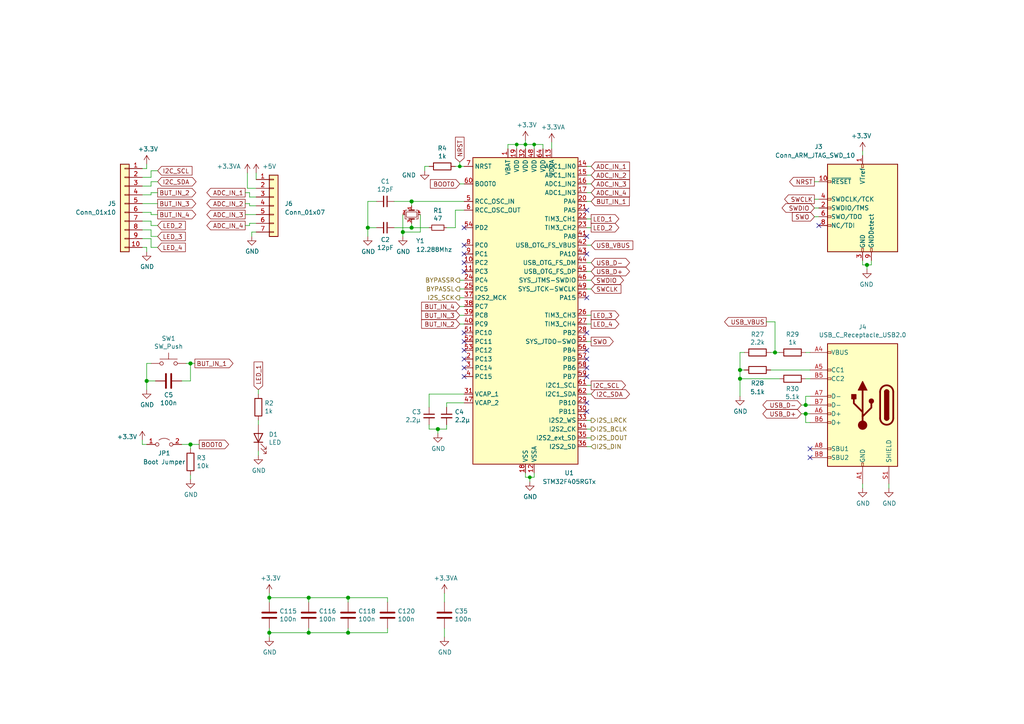
<source format=kicad_sch>
(kicad_sch (version 20230121) (generator eeschema)
  (paper "A4")
  (lib_symbols
    (symbol "Connector:Conn_ARM_JTAG_SWD_10" (pin_names (offset 1.016))
      (property "Reference" "J" (at -2.54 16.51 0))
      (property "Value" "Conn_ARM_JTAG_SWD_10" (at -2.54 13.97 0))
      (symbol "Conn_ARM_JTAG_SWD_10_1_1"
        (pin power_in line (at 0 15.24 270) (length 2.54) (name "VTref") (number "1"))
        (pin open_collector line (at 12.7 7.62 180) (length 2.54) (name "~{RESET}") (number "10"))
        (pin bidirectional line (at 12.7 0 180) (length 2.54) (name "SWDIO/TMS") (number "2"))
        (pin power_in line (at 0 -15.24 90) (length 2.54) (name "GND") (number "3"))
        (pin output line (at 12.7 2.54 180) (length 2.54) (name "SWDCLK/TCK") (number "4"))
        (pin passive line (at 0 -15.24 90) (length 2.54) hide (name "GND") (number "5"))
        (pin input line (at 12.7 -2.54 180) (length 2.54) (name "SWO/TDO") (number "6"))
        (pin no_connect line (at -10.16 0 0) (length 2.54) hide (name "KEY") (number "7"))
        (pin output line (at 12.7 -5.08 180) (length 2.54) (name "NC/TDI") (number "8"))
        (pin passive line (at -2.54 -15.24 90) (length 2.54) (name "GNDDetect") (number "9"))
      )
    )
    (symbol "Connector:USB_C_Receptacle_USB2.0" (pin_names (offset 1.016))
      (property "Reference" "J" (at -10.16 19.05 0))
      (property "Value" "USB_C_Receptacle_USB2.0" (at 19.05 19.05 0))
      (symbol "USB_C_Receptacle_USB2.0_1_1"
        (pin passive line (at 0 -22.86 90) (length 5.08) (name "GND") (number "A1"))
        (pin passive line (at 0 -22.86 90) (length 5.08) hide (name "GND") (number "A12"))
        (pin passive line (at 15.24 15.24 180) (length 5.08) (name "VBUS") (number "A4"))
        (pin bidirectional line (at 15.24 10.16 180) (length 5.08) (name "CC1") (number "A5"))
        (pin bidirectional line (at 15.24 -2.54 180) (length 5.08) (name "D+") (number "A6"))
        (pin bidirectional line (at 15.24 2.54 180) (length 5.08) (name "D-") (number "A7"))
        (pin bidirectional line (at 15.24 -12.7 180) (length 5.08) (name "SBU1") (number "A8"))
        (pin passive line (at 15.24 15.24 180) (length 5.08) hide (name "VBUS") (number "A9"))
        (pin passive line (at 0 -22.86 90) (length 5.08) hide (name "GND") (number "B1"))
        (pin passive line (at 0 -22.86 90) (length 5.08) hide (name "GND") (number "B12"))
        (pin passive line (at 15.24 15.24 180) (length 5.08) hide (name "VBUS") (number "B4"))
        (pin bidirectional line (at 15.24 7.62 180) (length 5.08) (name "CC2") (number "B5"))
        (pin bidirectional line (at 15.24 -5.08 180) (length 5.08) (name "D+") (number "B6"))
        (pin bidirectional line (at 15.24 0 180) (length 5.08) (name "D-") (number "B7"))
        (pin bidirectional line (at 15.24 -15.24 180) (length 5.08) (name "SBU2") (number "B8"))
        (pin passive line (at 15.24 15.24 180) (length 5.08) hide (name "VBUS") (number "B9"))
        (pin passive line (at -7.62 -22.86 90) (length 5.08) (name "SHIELD") (number "S1"))
      )
    )
    (symbol "Connector_Generic:Conn_01x07" (pin_names (offset 1.016) hide)
      (property "Reference" "J" (at 0 10.16 0))
      (property "Value" "Conn_01x07" (at 0 -10.16 0))
      (symbol "Conn_01x07_1_1"
        (pin passive line (at -5.08 7.62 0) (length 3.81) (name "Pin_1") (number "1"))
        (pin passive line (at -5.08 5.08 0) (length 3.81) (name "Pin_2") (number "2"))
        (pin passive line (at -5.08 2.54 0) (length 3.81) (name "Pin_3") (number "3"))
        (pin passive line (at -5.08 0 0) (length 3.81) (name "Pin_4") (number "4"))
        (pin passive line (at -5.08 -2.54 0) (length 3.81) (name "Pin_5") (number "5"))
        (pin passive line (at -5.08 -5.08 0) (length 3.81) (name "Pin_6") (number "6"))
        (pin passive line (at -5.08 -7.62 0) (length 3.81) (name "Pin_7") (number "7"))
      )
    )
    (symbol "Connector_Generic:Conn_01x10" (pin_names (offset 1.016) hide)
      (property "Reference" "J" (at 0 12.7 0))
      (property "Value" "Conn_01x10" (at 0 -15.24 0))
      (symbol "Conn_01x10_1_1"
        (pin passive line (at -5.08 10.16 0) (length 3.81) (name "Pin_1") (number "1"))
        (pin passive line (at -5.08 -12.7 0) (length 3.81) (name "Pin_10") (number "10"))
        (pin passive line (at -5.08 7.62 0) (length 3.81) (name "Pin_2") (number "2"))
        (pin passive line (at -5.08 5.08 0) (length 3.81) (name "Pin_3") (number "3"))
        (pin passive line (at -5.08 2.54 0) (length 3.81) (name "Pin_4") (number "4"))
        (pin passive line (at -5.08 0 0) (length 3.81) (name "Pin_5") (number "5"))
        (pin passive line (at -5.08 -2.54 0) (length 3.81) (name "Pin_6") (number "6"))
        (pin passive line (at -5.08 -5.08 0) (length 3.81) (name "Pin_7") (number "7"))
        (pin passive line (at -5.08 -7.62 0) (length 3.81) (name "Pin_8") (number "8"))
        (pin passive line (at -5.08 -10.16 0) (length 3.81) (name "Pin_9") (number "9"))
      )
    )
    (symbol "Device:C" (pin_numbers hide) (pin_names (offset 0.254))
      (property "Reference" "C" (at 0.635 2.54 0))
      (property "Value" "C" (at 0.635 -2.54 0))
      (symbol "C_1_1"
        (pin passive line (at 0 3.81 270) (length 2.794) (name "~") (number "1"))
        (pin passive line (at 0 -3.81 90) (length 2.794) (name "~") (number "2"))
      )
    )
    (symbol "Device:C_Small" (pin_numbers hide) (pin_names (offset 0.254) hide)
      (property "Reference" "C" (at 0.254 1.778 0))
      (property "Value" "C_Small" (at 0.254 -2.032 0))
      (symbol "C_Small_1_1"
        (pin passive line (at 0 2.54 270) (length 2.032) (name "~") (number "1"))
        (pin passive line (at 0 -2.54 90) (length 2.032) (name "~") (number "2"))
      )
    )
    (symbol "Device:Crystal_GND24_Small" (pin_names (offset 1.016) hide)
      (property "Reference" "Y" (at 1.27 4.445 0))
      (property "Value" "Crystal_GND24_Small" (at 1.27 2.54 0))
      (symbol "Crystal_GND24_Small_1_1"
        (pin passive line (at -2.54 0 0) (length 1.27) (name "1") (number "1"))
        (pin passive line (at 0 -2.54 90) (length 0.635) (name "2") (number "2"))
        (pin passive line (at 2.54 0 180) (length 1.27) (name "3") (number "3"))
        (pin passive line (at 0 2.54 270) (length 0.635) (name "4") (number "4"))
      )
    )
    (symbol "Device:LED" (pin_numbers hide) (pin_names (offset 1.016) hide)
      (property "Reference" "D" (at 0 2.54 0))
      (property "Value" "LED" (at 0 -2.54 0))
      (symbol "LED_1_1"
        (pin passive line (at -3.81 0 0) (length 2.54) (name "K") (number "1"))
        (pin passive line (at 3.81 0 180) (length 2.54) (name "A") (number "2"))
      )
    )
    (symbol "Device:R" (pin_numbers hide) (pin_names (offset 0))
      (property "Reference" "R" (at 2.032 0 90))
      (property "Value" "R" (at 0 0 90))
      (symbol "R_1_1"
        (pin passive line (at 0 3.81 270) (length 1.27) (name "~") (number "1"))
        (pin passive line (at 0 -3.81 90) (length 1.27) (name "~") (number "2"))
      )
    )
    (symbol "Device:R_Small" (pin_numbers hide) (pin_names (offset 0.254) hide)
      (property "Reference" "R" (at 0.762 0.508 0))
      (property "Value" "R_Small" (at 0.762 -1.016 0))
      (symbol "R_Small_1_1"
        (pin passive line (at 0 2.54 270) (length 0.762) (name "~") (number "1"))
        (pin passive line (at 0 -2.54 90) (length 0.762) (name "~") (number "2"))
      )
    )
    (symbol "Jumper:Jumper_2_Open" (pin_names (offset 0) hide)
      (property "Reference" "JP" (at 0 2.794 0))
      (property "Value" "Jumper_2_Open" (at 0 -2.286 0))
      (symbol "Jumper_2_Open_1_1"
        (pin passive line (at -5.08 0 0) (length 2.54) (name "A") (number "1"))
        (pin passive line (at 5.08 0 180) (length 2.54) (name "B") (number "2"))
      )
    )
    (symbol "MCU_ST_STM32F4:STM32F405RGTx"
      (property "Reference" "U" (at -15.24 46.99 0))
      (property "Value" "STM32F405RGTx" (at 10.16 46.99 0))
      (symbol "STM32F405RGTx_1_1"
        (pin power_in line (at -5.08 48.26 270) (length 2.54) (name "VBAT") (number "1"))
        (pin bidirectional line (at -17.78 15.24 0) (length 2.54) (name "PC2") (number "10") (alternate "I2S2_ext_SD" bidirectional line))
        (pin bidirectional line (at -17.78 12.7 0) (length 2.54) (name "PC3") (number "11") (alternate "I2S2_SD" bidirectional line))
        (pin power_in line (at 2.54 -45.72 90) (length 2.54) (name "VSSA") (number "12"))
        (pin power_in line (at 7.62 48.26 270) (length 2.54) (name "VDDA") (number "13"))
        (pin bidirectional line (at 17.78 43.18 180) (length 2.54) (name "PA0") (number "14") (alternate "ADC1_IN0" bidirectional line))
        (pin bidirectional line (at 17.78 40.64 180) (length 2.54) (name "PA1") (number "15") (alternate "ADC1_IN1" bidirectional line))
        (pin bidirectional line (at 17.78 38.1 180) (length 2.54) (name "PA2") (number "16") (alternate "ADC1_IN2" bidirectional line))
        (pin bidirectional line (at 17.78 35.56 180) (length 2.54) (name "PA3") (number "17") (alternate "ADC1_IN3" bidirectional line))
        (pin power_in line (at 0 -45.72 90) (length 2.54) (name "VSS") (number "18"))
        (pin power_in line (at -2.54 48.26 270) (length 2.54) (name "VDD") (number "19"))
        (pin bidirectional line (at -17.78 -12.7 0) (length 2.54) (name "PC13") (number "2"))
        (pin bidirectional line (at 17.78 33.02 180) (length 2.54) (name "PA4") (number "20"))
        (pin bidirectional line (at 17.78 30.48 180) (length 2.54) (name "PA5") (number "21"))
        (pin bidirectional line (at 17.78 27.94 180) (length 2.54) (name "PA6") (number "22") (alternate "TIM3_CH1" bidirectional line))
        (pin bidirectional line (at 17.78 25.4 180) (length 2.54) (name "PA7") (number "23") (alternate "TIM3_CH2" bidirectional line))
        (pin bidirectional line (at -17.78 10.16 0) (length 2.54) (name "PC4") (number "24"))
        (pin bidirectional line (at -17.78 7.62 0) (length 2.54) (name "PC5") (number "25"))
        (pin bidirectional line (at 17.78 0 180) (length 2.54) (name "PB0") (number "26") (alternate "TIM3_CH3" bidirectional line))
        (pin bidirectional line (at 17.78 -2.54 180) (length 2.54) (name "PB1") (number "27") (alternate "TIM3_CH4" bidirectional line))
        (pin bidirectional line (at 17.78 -5.08 180) (length 2.54) (name "PB2") (number "28"))
        (pin bidirectional line (at 17.78 -25.4 180) (length 2.54) (name "PB10") (number "29") (alternate "I2S2_CK" bidirectional line))
        (pin bidirectional line (at -17.78 -15.24 0) (length 2.54) (name "PC14") (number "3"))
        (pin bidirectional line (at 17.78 -27.94 180) (length 2.54) (name "PB11") (number "30"))
        (pin power_out line (at -17.78 -22.86 0) (length 2.54) (name "VCAP_1") (number "31"))
        (pin power_in line (at 0 48.26 270) (length 2.54) (name "VDD") (number "32"))
        (pin bidirectional line (at 17.78 -30.48 180) (length 2.54) (name "PB12") (number "33") (alternate "I2S2_WS" bidirectional line))
        (pin bidirectional line (at 17.78 -33.02 180) (length 2.54) (name "PB13") (number "34") (alternate "I2S2_CK" bidirectional line))
        (pin bidirectional line (at 17.78 -35.56 180) (length 2.54) (name "PB14") (number "35") (alternate "I2S2_ext_SD" bidirectional line))
        (pin bidirectional line (at 17.78 -38.1 180) (length 2.54) (name "PB15") (number "36") (alternate "I2S2_SD" bidirectional line))
        (pin bidirectional line (at -17.78 5.08 0) (length 2.54) (name "PC6") (number "37") (alternate "I2S2_MCK" bidirectional line) (alternate "TIM3_CH1" bidirectional line))
        (pin bidirectional line (at -17.78 2.54 0) (length 2.54) (name "PC7") (number "38") (alternate "TIM3_CH2" bidirectional line))
        (pin bidirectional line (at -17.78 0 0) (length 2.54) (name "PC8") (number "39") (alternate "TIM3_CH3" bidirectional line))
        (pin bidirectional line (at -17.78 -17.78 0) (length 2.54) (name "PC15") (number "4"))
        (pin bidirectional line (at -17.78 -2.54 0) (length 2.54) (name "PC9") (number "40") (alternate "TIM3_CH4" bidirectional line))
        (pin bidirectional line (at 17.78 22.86 180) (length 2.54) (name "PA8") (number "41"))
        (pin bidirectional line (at 17.78 20.32 180) (length 2.54) (name "PA9") (number "42") (alternate "USB_OTG_FS_VBUS" bidirectional line))
        (pin bidirectional line (at 17.78 17.78 180) (length 2.54) (name "PA10") (number "43"))
        (pin bidirectional line (at 17.78 15.24 180) (length 2.54) (name "PA11") (number "44") (alternate "USB_OTG_FS_DM" bidirectional line))
        (pin bidirectional line (at 17.78 12.7 180) (length 2.54) (name "PA12") (number "45") (alternate "USB_OTG_FS_DP" bidirectional line))
        (pin bidirectional line (at 17.78 10.16 180) (length 2.54) (name "PA13") (number "46") (alternate "SYS_JTMS-SWDIO" bidirectional line))
        (pin power_out line (at -17.78 -25.4 0) (length 2.54) (name "VCAP_2") (number "47"))
        (pin power_in line (at 2.54 48.26 270) (length 2.54) (name "VDD") (number "48"))
        (pin bidirectional line (at 17.78 7.62 180) (length 2.54) (name "PA14") (number "49") (alternate "SYS_JTCK-SWCLK" bidirectional line))
        (pin bidirectional line (at -17.78 33.02 0) (length 2.54) (name "PH0") (number "5") (alternate "RCC_OSC_IN" bidirectional line))
        (pin bidirectional line (at 17.78 5.08 180) (length 2.54) (name "PA15") (number "50"))
        (pin bidirectional line (at -17.78 -5.08 0) (length 2.54) (name "PC10") (number "51"))
        (pin bidirectional line (at -17.78 -7.62 0) (length 2.54) (name "PC11") (number "52"))
        (pin bidirectional line (at -17.78 -10.16 0) (length 2.54) (name "PC12") (number "53"))
        (pin bidirectional line (at -17.78 25.4 0) (length 2.54) (name "PD2") (number "54"))
        (pin bidirectional line (at 17.78 -7.62 180) (length 2.54) (name "PB3") (number "55") (alternate "SYS_JTDO-SWO" bidirectional line))
        (pin bidirectional line (at 17.78 -10.16 180) (length 2.54) (name "PB4") (number "56") (alternate "TIM3_CH1" bidirectional line))
        (pin bidirectional line (at 17.78 -12.7 180) (length 2.54) (name "PB5") (number "57") (alternate "TIM3_CH2" bidirectional line))
        (pin bidirectional line (at 17.78 -15.24 180) (length 2.54) (name "PB6") (number "58") (alternate "I2C1_SCL" bidirectional line))
        (pin bidirectional line (at 17.78 -17.78 180) (length 2.54) (name "PB7") (number "59") (alternate "I2C1_SDA" bidirectional line))
        (pin bidirectional line (at -17.78 30.48 0) (length 2.54) (name "PH1") (number "6") (alternate "RCC_OSC_OUT" bidirectional line))
        (pin input line (at -17.78 38.1 0) (length 2.54) (name "BOOT0") (number "60"))
        (pin bidirectional line (at 17.78 -20.32 180) (length 2.54) (name "PB8") (number "61") (alternate "I2C1_SCL" bidirectional line))
        (pin bidirectional line (at 17.78 -22.86 180) (length 2.54) (name "PB9") (number "62") (alternate "I2C1_SDA" bidirectional line) (alternate "I2S2_WS" bidirectional line))
        (pin passive line (at 0 -45.72 90) (length 2.54) hide (name "VSS") (number "63"))
        (pin power_in line (at 5.08 48.26 270) (length 2.54) (name "VDD") (number "64"))
        (pin input line (at -17.78 43.18 0) (length 2.54) (name "NRST") (number "7"))
        (pin bidirectional line (at -17.78 20.32 0) (length 2.54) (name "PC0") (number "8"))
        (pin bidirectional line (at -17.78 17.78 0) (length 2.54) (name "PC1") (number "9"))
      )
    )
    (symbol "Switch:SW_Push" (pin_numbers hide) (pin_names (offset 1.016) hide)
      (property "Reference" "SW" (at 1.27 2.54 0))
      (property "Value" "SW_Push" (at 0 -1.524 0))
      (symbol "SW_Push_0_1"
        (pin passive line (at -5.08 0 0) (length 2.54) (name "1") (number "1"))
        (pin passive line (at 5.08 0 180) (length 2.54) (name "2") (number "2"))
      )
    )
    (symbol "power:+3.3V" (power) (pin_names (offset 0))
      (property "Value" "+3.3V" (at 0 3.556 0))
      (symbol "+3.3V_1_1"
        (pin power_in line (at 0 0 90) (length 0) hide (name "+3.3V") (number "1"))
      )
    )
    (symbol "power:+3.3VA" (power) (pin_names (offset 0))
      (property "Value" "+3.3VA" (at 0 3.556 0))
      (symbol "+3.3VA_1_1"
        (pin power_in line (at 0 0 90) (length 0) hide (name "+3.3VA") (number "1"))
      )
    )
    (symbol "power:+5V" (power) (pin_names (offset 0))
      (property "Value" "+5V" (at 0 3.556 0))
      (symbol "+5V_1_1"
        (pin power_in line (at 0 0 90) (length 0) hide (name "+5V") (number "1"))
      )
    )
    (symbol "power:GND" (power) (pin_names (offset 0))
      (property "Value" "GND" (at 0 -3.81 0))
      (symbol "GND_1_1"
        (pin power_in line (at 0 0 270) (length 0) hide (name "GND") (number "1"))
      )
    )
  )
  (junction (at 133.35 48.26))
  (junction (at 214.63 109.855) (diameter 1.016))
  (junction (at 100.965 173.355) (diameter 1.016))
  (junction (at 119.38 58.42) (diameter 1.016))
  (junction (at 89.535 183.515) (diameter 1.016))
  (junction (at 106.68 66.04) (diameter 1.016))
  (junction (at 78.105 183.515) (diameter 1.016))
  (junction (at 89.535 173.355) (diameter 1.016))
  (junction (at 55.245 105.41) (diameter 1.016))
  (junction (at 149.86 41.91))
  (junction (at 224.79 102.235) (diameter 1.016))
  (junction (at 154.94 41.91))
  (junction (at 251.46 76.835) (diameter 1.016))
  (junction (at 153.67 138.43))
  (junction (at 214.63 107.315) (diameter 1.016))
  (junction (at 233.68 117.475) (diameter 1.016))
  (junction (at 42.545 110.49) (diameter 1.016))
  (junction (at 100.965 183.515) (diameter 1.016))
  (junction (at 116.84 67.31) (diameter 1.016))
  (junction (at 119.38 66.04) (diameter 1.016))
  (junction (at 55.245 128.905) (diameter 1.016))
  (junction (at 233.68 120.015) (diameter 1.016))
  (junction (at 152.4 41.91))
  (junction (at 78.105 173.355) (diameter 1.016))
  (junction (at 127 124.46) (diameter 1.016))
  (no_connect (at 170.18 73.66))
  (no_connect (at 134.62 101.6))
  (no_connect (at 134.62 76.2))
  (no_connect (at 170.18 116.84))
  (no_connect (at 134.62 73.66))
  (no_connect (at 134.62 99.06))
  (no_connect (at 134.62 109.22))
  (no_connect (at 170.18 96.52))
  (no_connect (at 134.62 106.68))
  (no_connect (at 134.62 66.04))
  (no_connect (at 237.49 65.405))
  (no_connect (at 170.18 101.6))
  (no_connect (at 134.62 104.14))
  (no_connect (at 170.18 86.36))
  (no_connect (at 134.62 71.12))
  (no_connect (at 170.18 104.14))
  (no_connect (at 234.95 132.715))
  (no_connect (at 170.18 109.22))
  (no_connect (at 170.18 68.58))
  (no_connect (at 134.62 78.74))
  (no_connect (at 170.18 60.96))
  (no_connect (at 134.62 96.52))
  (no_connect (at 234.95 130.175))
  (no_connect (at 170.18 106.68))
  (no_connect (at 170.18 119.38))
  (wire (pts (xy 100.965 173.355) (xy 112.395 173.355)))
  (wire (pts (xy 153.67 138.43) (xy 153.67 139.7)))
  (wire (pts (xy 121.92 67.31) (xy 121.92 62.23)))
  (wire (pts (xy 160.02 41.275) (xy 160.02 43.18)))
  (wire (pts (xy 116.84 68.58) (xy 116.84 67.31)))
  (wire (pts (xy 89.535 183.515) (xy 78.105 183.515)))
  (wire (pts (xy 72.39 57.15) (xy 74.295 57.15)))
  (wire (pts (xy 100.965 183.515) (xy 100.965 182.245)))
  (wire (pts (xy 89.535 173.355) (xy 89.535 174.625)))
  (wire (pts (xy 170.18 127) (xy 171.45 127)))
  (wire (pts (xy 128.905 172.085) (xy 128.905 174.625)))
  (wire (pts (xy 237.49 57.785) (xy 236.22 57.785)))
  (wire (pts (xy 72.39 59.69) (xy 74.295 59.69)))
  (wire (pts (xy 170.18 121.92) (xy 171.45 121.92)))
  (wire (pts (xy 124.46 124.46) (xy 124.46 123.19)))
  (wire (pts (xy 154.94 138.43) (xy 154.94 137.16)))
  (wire (pts (xy 233.68 117.475) (xy 234.95 117.475)))
  (wire (pts (xy 147.32 41.91) (xy 149.86 41.91)))
  (wire (pts (xy 133.35 93.98) (xy 134.62 93.98)))
  (wire (pts (xy 152.4 138.43) (xy 153.67 138.43)))
  (wire (pts (xy 119.38 58.42) (xy 119.38 59.69)))
  (wire (pts (xy 152.4 41.91) (xy 154.94 41.91)))
  (wire (pts (xy 100.965 174.625) (xy 100.965 173.355)))
  (wire (pts (xy 133.35 91.44) (xy 134.62 91.44)))
  (wire (pts (xy 72.39 64.77) (xy 74.295 64.77)))
  (wire (pts (xy 41.275 71.755) (xy 42.545 71.755)))
  (wire (pts (xy 71.755 54.61) (xy 74.295 54.61)))
  (wire (pts (xy 147.32 43.18) (xy 147.32 41.91)))
  (wire (pts (xy 133.35 86.36) (xy 134.62 86.36)))
  (wire (pts (xy 149.86 41.91) (xy 149.86 43.18)))
  (wire (pts (xy 42.545 113.03) (xy 42.545 110.49)))
  (wire (pts (xy 224.79 102.235) (xy 226.06 102.235)))
  (wire (pts (xy 78.105 183.515) (xy 78.105 182.245)))
  (wire (pts (xy 170.18 99.06) (xy 171.45 99.06)))
  (wire (pts (xy 41.275 53.975) (xy 43.815 53.975)))
  (wire (pts (xy 224.79 93.345) (xy 224.79 102.235)))
  (wire (pts (xy 43.815 68.58) (xy 45.72 68.58)))
  (wire (pts (xy 232.41 120.015) (xy 233.68 120.015)))
  (wire (pts (xy 133.35 46.99) (xy 133.35 48.26)))
  (wire (pts (xy 41.275 48.895) (xy 42.545 48.895)))
  (wire (pts (xy 43.815 62.23) (xy 45.72 62.23)))
  (wire (pts (xy 106.68 66.04) (xy 106.68 68.58)))
  (wire (pts (xy 42.545 105.41) (xy 42.545 110.49)))
  (wire (pts (xy 106.68 66.04) (xy 109.22 66.04)))
  (wire (pts (xy 123.19 48.26) (xy 124.46 48.26)))
  (wire (pts (xy 71.755 50.165) (xy 71.755 54.61)))
  (wire (pts (xy 112.395 173.355) (xy 112.395 174.625)))
  (wire (pts (xy 133.35 83.82) (xy 134.62 83.82)))
  (wire (pts (xy 116.84 67.31) (xy 116.84 62.23)))
  (wire (pts (xy 43.815 53.975) (xy 43.815 52.705)))
  (wire (pts (xy 74.295 50.165) (xy 74.295 52.07)))
  (wire (pts (xy 42.545 48.895) (xy 42.545 47.625)))
  (wire (pts (xy 170.18 63.5) (xy 171.45 63.5)))
  (wire (pts (xy 214.63 109.855) (xy 214.63 107.315)))
  (wire (pts (xy 41.275 56.515) (xy 43.815 56.515)))
  (wire (pts (xy 71.12 55.88) (xy 72.39 55.88)))
  (wire (pts (xy 127 125.73) (xy 127 124.46)))
  (wire (pts (xy 251.46 76.835) (xy 250.19 76.835)))
  (wire (pts (xy 252.73 75.565) (xy 252.73 76.835)))
  (wire (pts (xy 236.22 60.325) (xy 237.49 60.325)))
  (wire (pts (xy 55.245 130.175) (xy 55.245 128.905)))
  (wire (pts (xy 112.395 182.245) (xy 112.395 183.515)))
  (wire (pts (xy 129.54 66.04) (xy 132.08 66.04)))
  (wire (pts (xy 119.38 58.42) (xy 134.62 58.42)))
  (wire (pts (xy 170.18 55.88) (xy 171.45 55.88)))
  (wire (pts (xy 170.18 48.26) (xy 171.45 48.26)))
  (wire (pts (xy 129.54 124.46) (xy 127 124.46)))
  (wire (pts (xy 132.08 48.26) (xy 133.35 48.26)))
  (wire (pts (xy 171.45 76.2) (xy 170.18 76.2)))
  (wire (pts (xy 154.94 41.91) (xy 157.48 41.91)))
  (wire (pts (xy 114.3 58.42) (xy 119.38 58.42)))
  (wire (pts (xy 57.785 128.905) (xy 55.245 128.905)))
  (wire (pts (xy 43.815 49.53) (xy 45.72 49.53)))
  (wire (pts (xy 114.3 66.04) (xy 119.38 66.04)))
  (wire (pts (xy 133.35 53.34) (xy 134.62 53.34)))
  (wire (pts (xy 127 124.46) (xy 124.46 124.46)))
  (wire (pts (xy 89.535 182.245) (xy 89.535 183.515)))
  (wire (pts (xy 43.815 71.755) (xy 45.72 71.755)))
  (wire (pts (xy 41.275 61.595) (xy 43.815 61.595)))
  (wire (pts (xy 124.46 118.11) (xy 124.46 114.3)))
  (wire (pts (xy 129.54 123.19) (xy 129.54 124.46)))
  (wire (pts (xy 73.025 68.58) (xy 73.025 67.31)))
  (wire (pts (xy 112.395 183.515) (xy 100.965 183.515)))
  (wire (pts (xy 78.105 183.515) (xy 78.105 184.785)))
  (wire (pts (xy 128.905 182.245) (xy 128.905 184.785)))
  (wire (pts (xy 43.815 56.515) (xy 43.815 55.88)))
  (wire (pts (xy 232.41 117.475) (xy 233.68 117.475)))
  (wire (pts (xy 132.08 60.96) (xy 132.08 66.04)))
  (wire (pts (xy 133.35 88.9) (xy 134.62 88.9)))
  (wire (pts (xy 78.105 173.355) (xy 89.535 173.355)))
  (wire (pts (xy 157.48 43.18) (xy 157.48 41.91)))
  (wire (pts (xy 152.4 41.91) (xy 152.4 43.18)))
  (wire (pts (xy 170.18 129.54) (xy 171.45 129.54)))
  (wire (pts (xy 41.275 128.905) (xy 42.545 128.905)))
  (wire (pts (xy 43.815 65.405) (xy 45.72 65.405)))
  (wire (pts (xy 170.18 91.44) (xy 171.45 91.44)))
  (wire (pts (xy 41.275 51.435) (xy 43.815 51.435)))
  (wire (pts (xy 171.45 83.82) (xy 170.18 83.82)))
  (wire (pts (xy 78.105 172.085) (xy 78.105 173.355)))
  (wire (pts (xy 237.49 52.705) (xy 236.22 52.705)))
  (wire (pts (xy 171.45 93.98) (xy 170.18 93.98)))
  (wire (pts (xy 154.94 43.18) (xy 154.94 41.91)))
  (wire (pts (xy 43.815 66.675) (xy 43.815 68.58)))
  (wire (pts (xy 124.46 114.3) (xy 134.62 114.3)))
  (wire (pts (xy 43.815 69.215) (xy 43.815 71.755)))
  (wire (pts (xy 71.12 65.405) (xy 72.39 65.405)))
  (wire (pts (xy 170.18 66.04) (xy 171.45 66.04)))
  (wire (pts (xy 170.18 78.74) (xy 171.45 78.74)))
  (wire (pts (xy 129.54 118.11) (xy 129.54 116.84)))
  (wire (pts (xy 214.63 114.935) (xy 214.63 109.855)))
  (wire (pts (xy 170.18 114.3) (xy 171.45 114.3)))
  (wire (pts (xy 214.63 102.235) (xy 215.9 102.235)))
  (wire (pts (xy 214.63 107.315) (xy 214.63 102.235)))
  (wire (pts (xy 153.67 138.43) (xy 154.94 138.43)))
  (wire (pts (xy 170.18 124.46) (xy 171.45 124.46)))
  (wire (pts (xy 109.22 58.42) (xy 106.68 58.42)))
  (wire (pts (xy 250.19 43.815) (xy 250.19 45.085)))
  (wire (pts (xy 55.245 139.065) (xy 55.245 137.795)))
  (wire (pts (xy 116.84 67.31) (xy 121.92 67.31)))
  (wire (pts (xy 170.18 111.76) (xy 171.45 111.76)))
  (wire (pts (xy 78.105 174.625) (xy 78.105 173.355)))
  (wire (pts (xy 72.39 65.405) (xy 72.39 64.77)))
  (wire (pts (xy 74.93 113.03) (xy 74.93 114.3)))
  (wire (pts (xy 71.12 59.055) (xy 72.39 59.055)))
  (wire (pts (xy 129.54 116.84) (xy 134.62 116.84)))
  (wire (pts (xy 73.025 67.31) (xy 74.295 67.31)))
  (wire (pts (xy 41.275 69.215) (xy 43.815 69.215)))
  (wire (pts (xy 133.35 48.26) (xy 134.62 48.26)))
  (wire (pts (xy 41.275 64.135) (xy 43.815 64.135)))
  (wire (pts (xy 43.815 64.135) (xy 43.815 65.405)))
  (wire (pts (xy 71.12 62.23) (xy 74.295 62.23)))
  (wire (pts (xy 250.19 76.835) (xy 250.19 75.565)))
  (wire (pts (xy 233.68 120.015) (xy 233.68 122.555)))
  (wire (pts (xy 89.535 173.355) (xy 100.965 173.355)))
  (wire (pts (xy 226.06 109.855) (xy 214.63 109.855)))
  (wire (pts (xy 233.68 109.855) (xy 234.95 109.855)))
  (wire (pts (xy 132.08 60.96) (xy 134.62 60.96)))
  (wire (pts (xy 72.39 59.055) (xy 72.39 59.69)))
  (wire (pts (xy 236.22 62.865) (xy 237.49 62.865)))
  (wire (pts (xy 100.965 183.515) (xy 89.535 183.515)))
  (wire (pts (xy 233.68 120.015) (xy 234.95 120.015)))
  (wire (pts (xy 74.93 123.19) (xy 74.93 121.92)))
  (wire (pts (xy 41.275 127.635) (xy 41.275 128.905)))
  (wire (pts (xy 233.68 102.235) (xy 234.95 102.235)))
  (wire (pts (xy 123.19 49.53) (xy 123.19 48.26)))
  (wire (pts (xy 42.545 71.755) (xy 42.545 73.025)))
  (wire (pts (xy 215.9 107.315) (xy 214.63 107.315)))
  (wire (pts (xy 233.68 114.935) (xy 233.68 117.475)))
  (wire (pts (xy 41.275 66.675) (xy 43.815 66.675)))
  (wire (pts (xy 41.275 59.055) (xy 45.72 59.055)))
  (wire (pts (xy 233.68 114.935) (xy 234.95 114.935)))
  (wire (pts (xy 106.68 58.42) (xy 106.68 66.04)))
  (wire (pts (xy 43.815 52.705) (xy 45.72 52.705)))
  (wire (pts (xy 171.45 50.8) (xy 170.18 50.8)))
  (wire (pts (xy 72.39 55.88) (xy 72.39 57.15)))
  (wire (pts (xy 252.73 76.835) (xy 251.46 76.835)))
  (wire (pts (xy 55.245 105.41) (xy 53.975 105.41)))
  (wire (pts (xy 55.245 128.905) (xy 52.705 128.905)))
  (wire (pts (xy 152.4 41.91) (xy 152.4 40.64)))
  (wire (pts (xy 170.18 58.42) (xy 171.45 58.42)))
  (wire (pts (xy 133.35 81.28) (xy 134.62 81.28)))
  (wire (pts (xy 257.81 141.605) (xy 257.81 140.335)))
  (wire (pts (xy 152.4 138.43) (xy 152.4 137.16)))
  (wire (pts (xy 223.52 107.315) (xy 234.95 107.315)))
  (wire (pts (xy 119.38 66.04) (xy 124.46 66.04)))
  (wire (pts (xy 171.45 81.28) (xy 170.18 81.28)))
  (wire (pts (xy 223.52 102.235) (xy 224.79 102.235)))
  (wire (pts (xy 56.515 105.41) (xy 55.245 105.41)))
  (wire (pts (xy 119.38 66.04) (xy 119.38 64.77)))
  (wire (pts (xy 74.93 132.08) (xy 74.93 130.81)))
  (wire (pts (xy 171.45 71.12) (xy 170.18 71.12)))
  (wire (pts (xy 250.19 141.605) (xy 250.19 140.335)))
  (wire (pts (xy 233.68 122.555) (xy 234.95 122.555)))
  (wire (pts (xy 170.18 53.34) (xy 171.45 53.34)))
  (wire (pts (xy 224.79 93.345) (xy 222.25 93.345)))
  (wire (pts (xy 251.46 76.835) (xy 251.46 78.105)))
  (wire (pts (xy 55.245 110.49) (xy 55.245 105.41)))
  (wire (pts (xy 43.815 51.435) (xy 43.815 49.53)))
  (wire (pts (xy 43.815 55.88) (xy 45.72 55.88)))
  (wire (pts (xy 52.705 110.49) (xy 55.245 110.49)))
  (wire (pts (xy 149.86 41.91) (xy 152.4 41.91)))
  (wire (pts (xy 42.545 105.41) (xy 43.815 105.41)))
  (wire (pts (xy 43.815 61.595) (xy 43.815 62.23)))
  (wire (pts (xy 42.545 110.49) (xy 45.085 110.49)))
  (global_label "SWO" (shape input) (at 236.22 62.865 180) (property "Intersheetrefs" "${INTERSHEET_REFS}" (effects hide)))
  (global_label "NRST" (shape input) (at 133.35 46.99 90) (property "Intersheetrefs" "${INTERSHEET_REFS}" (effects hide)))
  (global_label "BUT_IN_2" (shape output) (at 45.72 55.88 0) (property "Intersheetrefs" "${INTERSHEET_REFS}" (effects hide)))
  (global_label "SWDIO" (shape bidirectional) (at 236.22 60.325 180) (property "Intersheetrefs" "${INTERSHEET_REFS}" (effects hide)))
  (global_label "ADC_IN_3" (shape output) (at 71.12 62.23 180) (property "Intersheetrefs" "${INTERSHEET_REFS}" (effects hide)))
  (global_label "LED_3" (shape output) (at 171.45 91.44 0) (property "Intersheetrefs" "${INTERSHEET_REFS}" (effects hide)))
  (global_label "LED_3" (shape input) (at 45.72 68.58 0) (property "Intersheetrefs" "${INTERSHEET_REFS}" (effects hide)))
  (global_label "LED_4" (shape input) (at 45.72 71.755 0) (property "Intersheetrefs" "${INTERSHEET_REFS}" (effects hide)))
  (global_label "BUT_IN_1" (shape output) (at 56.515 105.41 0) (property "Intersheetrefs" "${INTERSHEET_REFS}" (effects hide)))
  (global_label "BUT_IN_3" (shape output) (at 45.72 59.055 0) (property "Intersheetrefs" "${INTERSHEET_REFS}" (effects hide)))
  (global_label "BUT_IN_1" (shape input) (at 171.45 58.42 0) (property "Intersheetrefs" "${INTERSHEET_REFS}" (effects hide)))
  (global_label "ADC_IN_4" (shape input) (at 171.45 55.88 0) (property "Intersheetrefs" "${INTERSHEET_REFS}" (effects hide)))
  (global_label "ADC_IN_2" (shape output) (at 71.12 59.055 180) (property "Intersheetrefs" "${INTERSHEET_REFS}" (effects hide)))
  (global_label "SWDIO" (shape bidirectional) (at 171.45 81.28 0) (property "Intersheetrefs" "${INTERSHEET_REFS}" (effects hide)))
  (global_label "USB_D+" (shape bidirectional) (at 171.45 78.74 0) (property "Intersheetrefs" "${INTERSHEET_REFS}" (effects hide)))
  (global_label "LED_1" (shape output) (at 171.45 63.5 0) (property "Intersheetrefs" "${INTERSHEET_REFS}" (effects hide)))
  (global_label "LED_2" (shape output) (at 171.45 66.04 0) (property "Intersheetrefs" "${INTERSHEET_REFS}" (effects hide)))
  (global_label "ADC_IN_3" (shape input) (at 171.45 53.34 0) (property "Intersheetrefs" "${INTERSHEET_REFS}" (effects hide)))
  (global_label "BUT_IN_4" (shape output) (at 45.72 62.23 0) (property "Intersheetrefs" "${INTERSHEET_REFS}" (effects hide)))
  (global_label "BOOT0" (shape output) (at 57.785 128.905 0) (property "Intersheetrefs" "${INTERSHEET_REFS}" (effects hide)))
  (global_label "ADC_IN_4" (shape output) (at 71.12 65.405 180) (property "Intersheetrefs" "${INTERSHEET_REFS}" (effects hide)))
  (global_label "NRST" (shape output) (at 236.22 52.705 180) (property "Intersheetrefs" "${INTERSHEET_REFS}" (effects hide)))
  (global_label "ADC_IN_1" (shape output) (at 71.12 55.88 180) (property "Intersheetrefs" "${INTERSHEET_REFS}" (effects hide)))
  (global_label "I2C_SCL" (shape output) (at 171.45 111.76 0) (property "Intersheetrefs" "${INTERSHEET_REFS}" (effects hide)))
  (global_label "ADC_IN_1" (shape input) (at 171.45 48.26 0) (property "Intersheetrefs" "${INTERSHEET_REFS}" (effects hide)))
  (global_label "USB_VBUS" (shape output) (at 222.25 93.345 180) (property "Intersheetrefs" "${INTERSHEET_REFS}" (effects hide)))
  (global_label "LED_4" (shape output) (at 171.45 93.98 0) (property "Intersheetrefs" "${INTERSHEET_REFS}" (effects hide)))
  (global_label "BUT_IN_4" (shape input) (at 133.35 88.9 180) (property "Intersheetrefs" "${INTERSHEET_REFS}" (effects hide)))
  (global_label "USB_VBUS" (shape input) (at 171.45 71.12 0) (property "Intersheetrefs" "${INTERSHEET_REFS}" (effects hide)))
  (global_label "LED_2" (shape input) (at 45.72 65.405 0) (property "Intersheetrefs" "${INTERSHEET_REFS}" (effects hide)))
  (global_label "USB_D-" (shape bidirectional) (at 171.45 76.2 0) (property "Intersheetrefs" "${INTERSHEET_REFS}" (effects hide)))
  (global_label "SWCLK" (shape input) (at 171.45 83.82 0) (property "Intersheetrefs" "${INTERSHEET_REFS}" (effects hide)))
  (global_label "BUT_IN_2" (shape input) (at 133.35 93.98 180) (property "Intersheetrefs" "${INTERSHEET_REFS}" (effects hide)))
  (global_label "BUT_IN_3" (shape input) (at 133.35 91.44 180) (property "Intersheetrefs" "${INTERSHEET_REFS}" (effects hide)))
  (global_label "SWCLK" (shape output) (at 236.22 57.785 180) (property "Intersheetrefs" "${INTERSHEET_REFS}" (effects hide)))
  (global_label "BOOT0" (shape input) (at 133.35 53.34 180) (property "Intersheetrefs" "${INTERSHEET_REFS}" (effects hide)))
  (global_label "LED_1" (shape input) (at 74.93 113.03 90) (property "Intersheetrefs" "${INTERSHEET_REFS}" (effects hide)))
  (global_label "USB_D-" (shape bidirectional) (at 232.41 117.475 180) (property "Intersheetrefs" "${INTERSHEET_REFS}" (effects hide)))
  (global_label "USB_D+" (shape bidirectional) (at 232.41 120.015 180) (property "Intersheetrefs" "${INTERSHEET_REFS}" (effects hide)))
  (global_label "I2C_SDA" (shape bidirectional) (at 171.45 114.3 0) (property "Intersheetrefs" "${INTERSHEET_REFS}" (effects hide)))
  (global_label "ADC_IN_2" (shape input) (at 171.45 50.8 0) (property "Intersheetrefs" "${INTERSHEET_REFS}" (effects hide)))
  (global_label "SWO" (shape output) (at 171.45 99.06 0) (property "Intersheetrefs" "${INTERSHEET_REFS}" (effects hide)))
  (global_label "I2C_SCL" (shape input) (at 45.72 49.53 0) (property "Intersheetrefs" "${INTERSHEET_REFS}" (effects hide)))
  (global_label "I2C_SDA" (shape bidirectional) (at 45.72 52.705 0) (property "Intersheetrefs" "${INTERSHEET_REFS}" (effects hide)))
  (hierarchical_label "I2S_LRCK" (shape output) (at 171.45 121.92 0))
  (hierarchical_label "BYPASSR" (shape output) (at 133.35 81.28 180))
  (hierarchical_label "I2S_BCLK" (shape output) (at 171.45 124.46 0))
  (hierarchical_label "I2S_SCK" (shape output) (at 133.35 86.36 180))
  (hierarchical_label "BYPASSL" (shape output) (at 133.35 83.82 180))
  (hierarchical_label "I2S_DOUT" (shape output) (at 171.45 127 0))
  (hierarchical_label "I2S_DIN" (shape input) (at 171.45 129.54 0))
  (symbol (lib_id "power:+3.3V") (at 152.4 40.64 0) (unit 1)
    (property "Reference" "#PWR04" (effects hide))
    (property "Value" "+3.3V" (at 152.781 36.2458 0))
    (instances (project "FXDSP" (path "" (reference "#PWR04") (unit 1)) (path "" (reference "#PWR0217") (unit 1))))
  )
  (symbol (lib_id "power:+5V") (at 74.295 50.165 0) (unit 1)
    (property "Reference" "#PWR0225" (effects hide))
    (property "Value" "+5V" (at 78.105 48.26 0))
  )
  (symbol (lib_id "power:+3.3VA") (at 160.02 41.275 0) (unit 1)
    (property "Reference" "#PWR06" (effects hide))
    (property "Value" "+3.3VA" (at 160.401 36.8808 0))
    (instances (project "FXDSP" (path "" (reference "#PWR06") (unit 1)) (path "" (reference "#PWR0219") (unit 1))))
  )
  (symbol (lib_id "power:+3.3VA") (at 128.905 172.085 0) (unit 1)
    (property "Reference" "#PWR046" (effects hide))
    (property "Value" "+3.3VA" (at 129.286 167.6908 0))
    (instances (project "FXDSP" (path "" (reference "#PWR046") (unit 1)) (path "" (reference "#PWR0215") (unit 1))))
  )
  (symbol (lib_id "Device:R_Small") (at 127 66.04 270) (unit 1)
    (property "Reference" "R1" (at 127 61.0616 90))
    (property "Value" "47" (at 127 63.373 90))
    (property "Footprint" "Resistor_SMD:R_0402_1005Metric" (effects hide))
    (instances (project "FXDSP" (path "" (reference "R1") (unit 1)) (path "" (reference "R203") (unit 1))))
  )
  (symbol (lib_id "power:+3.3V") (at 41.275 127.635 0) (unit 1)
    (property "Reference" "#PWR09" (effects hide))
    (property "Value" "+3.3V" (at 39.8018 126.6952 0) (effects (justify right)))
    (instances (project "FXDSP" (path "" (reference "#PWR09") (unit 1)) (path "" (reference "#PWR0201") (unit 1))))
  )
  (symbol (lib_id "Device:C") (at 100.965 178.435 180) (unit 1)
    (property "Reference" "C118" (at 103.886 177.2666 0) (effects (justify right)))
    (property "Value" "100n" (at 103.886 179.578 0) (effects (justify right)))
    (property "Footprint" "Capacitor_SMD:C_0402_1005Metric" (effects hide))
    (instances (project "FXDSP" (path "" (reference "C118") (unit 1)) (path "" (reference "C204") (unit 1))))
  )
  (symbol (lib_id "Device:C") (at 112.395 178.435 180) (unit 1)
    (property "Reference" "C120" (at 115.316 177.2666 0) (effects (justify right)))
    (property "Value" "100n" (at 115.316 179.578 0) (effects (justify right)))
    (property "Footprint" "Capacitor_SMD:C_0402_1005Metric" (effects hide))
    (instances (project "FXDSP" (path "" (reference "C120") (unit 1)) (path "" (reference "C207") (unit 1))))
  )
  (symbol (lib_id "power:GND") (at 257.81 141.605 0) (unit 1)
    (property "Reference" "#PWR033" (effects hide))
    (property "Value" "GND" (at 257.937 145.9992 0))
    (instances (project "FXDSP" (path "" (reference "#PWR033") (unit 1)) (path "" (reference "#PWR0224") (unit 1))))
  )
  (symbol (lib_id "power:GND") (at 116.84 68.58 0) (unit 1)
    (property "Reference" "#PWR02" (effects hide))
    (property "Value" "GND" (at 116.967 72.9742 0))
    (instances (project "FXDSP" (path "" (reference "#PWR02") (unit 1)) (path "" (reference "#PWR0212") (unit 1))))
  )
  (symbol (lib_id "power:GND") (at 153.67 139.7 0) (unit 1)
    (property "Reference" "#PWR05" (effects hide))
    (property "Value" "GND" (at 153.797 144.0942 0))
    (instances (project "FXDSP" (path "" (reference "#PWR05") (unit 1)) (path "" (reference "#PWR0218") (unit 1))))
  )
  (symbol (lib_id "power:GND") (at 127 125.73 0) (unit 1)
    (property "Reference" "#PWR03" (effects hide))
    (property "Value" "GND" (at 127.127 130.1242 0))
    (instances (project "FXDSP" (path "" (reference "#PWR03") (unit 1)) (path "" (reference "#PWR0214") (unit 1))))
  )
  (symbol (lib_id "Device:Crystal_GND24_Small") (at 119.38 62.23 270) (unit 1)
    (property "Reference" "Y1" (at 120.65 69.85 90) (effects (justify left)))
    (property "Value" "12.288Mhz" (at 120.65 72.39 90) (effects (justify left)))
    (property "Footprint" "Crystal:Crystal_SMD_3225-4Pin_3.2x2.5mm" (effects hide))
    (instances (project "FXDSP" (path "" (reference "Y1") (unit 1)) (path "" (reference "Y201") (unit 1))))
  )
  (symbol (lib_id "Device:C") (at 89.535 178.435 180) (unit 1)
    (property "Reference" "C116" (at 92.456 177.2666 0) (effects (justify right)))
    (property "Value" "100n" (at 92.456 179.578 0) (effects (justify right)))
    (property "Footprint" "Capacitor_SMD:C_0402_1005Metric" (effects hide))
    (instances (project "FXDSP" (path "" (reference "C116") (unit 1)) (path "" (reference "C203") (unit 1))))
  )
  (symbol (lib_id "power:GND") (at 251.46 78.105 0) (mirror y) (unit 1)
    (property "Reference" "#PWR030" (effects hide))
    (property "Value" "GND" (at 251.333 82.4992 0))
    (instances (project "FXDSP" (path "" (reference "#PWR030") (unit 1)) (path "" (reference "#PWR0223") (unit 1))))
  )
  (symbol (lib_id "power:GND") (at 73.025 68.58 0) (unit 1)
    (property "Reference" "#PWR01005" (effects hide))
    (property "Value" "GND" (at 73.1393 72.9044 0))
    (instances (project "FXDSP" (path "" (reference "#PWR01005") (unit 1)) (path "" (reference "#PWR0207") (unit 1))))
  )
  (symbol (lib_id "Device:C_Small") (at 124.46 120.65 0) (unit 1)
    (property "Reference" "C3" (at 122.1486 119.4816 0) (effects (justify right)))
    (property "Value" "2.2µ" (at 122.1486 121.793 0) (effects (justify right)))
    (property "Footprint" "Capacitor_SMD:C_0603_1608Metric" (effects hide))
    (instances (project "FXDSP" (path "" (reference "C3") (unit 1)) (path "" (reference "C208") (unit 1))))
  )
  (symbol (lib_id "Device:C") (at 78.105 178.435 180) (unit 1)
    (property "Reference" "C115" (at 81.026 177.2666 0) (effects (justify right)))
    (property "Value" "100n" (at 81.026 179.578 0) (effects (justify right)))
    (property "Footprint" "Capacitor_SMD:C_0402_1005Metric" (effects hide))
    (instances (project "FXDSP" (path "" (reference "C115") (unit 1)) (path "" (reference "C202") (unit 1))))
  )
  (symbol (lib_id "Device:C_Small") (at 111.76 66.04 270) (unit 1)
    (property "Reference" "C2" (at 111.76 69.5198 90))
    (property "Value" "12pF" (at 111.76 71.8312 90))
    (property "Footprint" "Capacitor_SMD:C_0402_1005Metric" (effects hide))
    (instances (project "FXDSP" (path "" (reference "C2") (unit 1)) (path "" (reference "C206") (unit 1))))
  )
  (symbol (lib_id "power:GND") (at 42.545 113.03 0) (unit 1)
    (property "Reference" "#PWR0136" (effects hide))
    (property "Value" "GND" (at 42.672 117.4242 0))
    (instances (project "FXDSP" (path "" (reference "#PWR0136") (unit 1)) (path "" (reference "#PWR0204") (unit 1))))
  )
  (symbol (lib_id "Device:R") (at 219.71 102.235 270) (unit 1)
    (property "Reference" "R27" (at 219.71 96.9772 90))
    (property "Value" "2.2k" (at 219.71 99.2886 90))
    (property "Footprint" "Resistor_SMD:R_0402_1005Metric" (effects hide))
    (instances (project "FXDSP" (path "" (reference "R27") (unit 1)) (path "" (reference "R205") (unit 1))))
  )
  (symbol (lib_id "Device:C_Small") (at 111.76 58.42 270) (unit 1)
    (property "Reference" "C1" (at 111.76 52.6034 90))
    (property "Value" "12pF" (at 111.76 54.9148 90))
    (property "Footprint" "Capacitor_SMD:C_0402_1005Metric" (effects hide))
    (instances (project "FXDSP" (path "" (reference "C1") (unit 1)) (path "" (reference "C205") (unit 1))))
  )
  (symbol (lib_id "Jumper:Jumper_2_Open") (at 47.625 128.905 0) (unit 1)
    (property "Reference" "JP1" (at 47.625 131.445 0))
    (property "Value" "Boot Jumper" (at 47.625 133.985 0))
    (property "Footprint" "Connector_PinHeader_2.54mm:PinHeader_1x02_P2.54mm_Vertical" (effects hide))
    (instances (project "FXDSP" (path "" (reference "JP1") (unit 1)) (path "" (reference "JP201") (unit 1))))
  )
  (symbol (lib_id "power:+3.3V") (at 250.19 43.815 0) (mirror y) (unit 1)
    (property "Reference" "#PWR029" (effects hide))
    (property "Value" "+3.3V" (at 249.809 39.4208 0))
    (instances (project "FXDSP" (path "" (reference "#PWR029") (unit 1)) (path "" (reference "#PWR0221") (unit 1))))
  )
  (symbol (lib_id "Connector:USB_C_Receptacle_USB2.0") (at 250.19 117.475 0) (mirror y) (unit 1)
    (property "Reference" "J4" (at 250.19 94.8436 0))
    (property "Value" "USB_C_Receptacle_USB2.0" (at 250.19 97.155 0))
    (property "Footprint" "Connector_USB:USB_C_Receptacle_G-Switch_GT-USB-7010ASV" (effects hide))
    (property "Datasheet" "https://www.usb.org/sites/default/files/documents/usb_type-c.zip" (effects hide))
    (instances (project "FXDSP" (path "" (reference "J4") (unit 1)) (path "" (reference "J204") (unit 1))))
  )
  (symbol (lib_id "MCU_ST_STM32F4:STM32F405RGTx") (at 152.4 91.44 0) (unit 1)
    (property "Reference" "U1" (at 165.1 137.16 0))
    (property "Value" "STM32F405RGTx" (at 165.1 139.7 0))
    (property "Footprint" "Package_QFP:LQFP-64_10x10mm_P0.5mm" (effects hide))
    (property "Datasheet" "https://www.st.com/resource/en/datasheet/stm32f405rg.pdf" (effects hide))
    (pin "14" (alternate "ADC1_IN0"))
    (pin "15" (alternate "ADC1_IN1"))
    (pin "16" (alternate "ADC1_IN2"))
    (pin "17" (alternate "ADC1_IN3"))
    (pin "22" (alternate "TIM3_CH1"))
    (pin "23" (alternate "TIM3_CH2"))
    (pin "26" (alternate "TIM3_CH3"))
    (pin "27" (alternate "TIM3_CH4"))
    (pin "33" (alternate "I2S2_WS"))
    (pin "34" (alternate "I2S2_CK"))
    (pin "35" (alternate "I2S2_ext_SD"))
    (pin "36" (alternate "I2S2_SD"))
    (pin "37" (alternate "I2S2_MCK"))
    (pin "42" (alternate "USB_OTG_FS_VBUS"))
    (pin "44" (alternate "USB_OTG_FS_DM"))
    (pin "45" (alternate "USB_OTG_FS_DP"))
    (pin "46" (alternate "SYS_JTMS-SWDIO"))
    (pin "49" (alternate "SYS_JTCK-SWCLK"))
    (pin "5" (alternate "RCC_OSC_IN"))
    (pin "55" (alternate "SYS_JTDO-SWO"))
    (pin "6" (alternate "RCC_OSC_OUT"))
    (pin "61" (alternate "I2C1_SCL"))
    (pin "62" (alternate "I2C1_SDA"))
    (instances (project "FXDSP" (path "" (reference "U1") (unit 1)) (path "" (reference "U201") (unit 1))))
  )
  (symbol (lib_id "Device:C") (at 48.895 110.49 270) (unit 1)
    (property "Reference" "C5" (at 48.895 114.554 90))
    (property "Value" "100n" (at 48.895 116.8654 90))
    (property "Footprint" "Capacitor_SMD:C_0402_1005Metric" (effects hide))
    (instances (project "FXDSP" (path "" (reference "C5") (unit 1)) (path "" (reference "C201") (unit 1))))
  )
  (symbol (lib_id "power:+3.3VA") (at 71.755 50.165 0) (unit 1)
    (property "Reference" "#PWR01004" (effects hide))
    (property "Value" "+3.3VA" (at 69.85 48.26 0) (effects (justify right)))
    (instances (project "FXDSP" (path "" (reference "#PWR01004") (unit 1)) (path "" (reference "#PWR0206") (unit 1))))
  )
  (symbol (lib_id "Device:R") (at 55.245 133.985 0) (unit 1)
    (property "Reference" "R3" (at 57.023 132.8166 0) (effects (justify left)))
    (property "Value" "10k" (at 57.023 135.128 0) (effects (justify left)))
    (property "Footprint" "Resistor_SMD:R_0402_1005Metric" (effects hide))
    (instances (project "FXDSP" (path "" (reference "R3") (unit 1)) (path "" (reference "R201") (unit 1))))
  )
  (symbol (lib_id "power:GND") (at 123.19 49.53 0) (unit 1)
    (property "Reference" "#PWR08" (effects hide))
    (property "Value" "GND" (at 120.65 50.7999 0) (effects (justify right)))
    (instances (project "FXDSP" (path "" (reference "#PWR08") (unit 1)) (path "" (reference "#PWR0213") (unit 1))))
  )
  (symbol (lib_id "Device:R") (at 74.93 118.11 180) (unit 1)
    (property "Reference" "R2" (at 76.708 116.9416 0) (effects (justify right)))
    (property "Value" "1k" (at 76.708 119.253 0) (effects (justify right)))
    (property "Footprint" "Resistor_SMD:R_0603_1608Metric" (effects hide))
    (instances (project "FXDSP" (path "" (reference "R2") (unit 1)) (path "" (reference "R202") (unit 1))))
  )
  (symbol (lib_id "power:GND") (at 74.93 132.08 0) (unit 1)
    (property "Reference" "#PWR07" (effects hide))
    (property "Value" "GND" (at 75.057 136.4742 0))
    (instances (project "FXDSP" (path "" (reference "#PWR07") (unit 1)) (path "" (reference "#PWR0208") (unit 1))))
  )
  (symbol (lib_id "Device:LED") (at 74.93 127 90) (unit 1)
    (property "Reference" "D1" (at 77.9272 126.0094 90) (effects (justify right)))
    (property "Value" "LED" (at 77.9272 128.3208 90) (effects (justify right)))
    (property "Footprint" "LED_THT:LED_D5.0mm" (effects hide))
    (instances (project "FXDSP" (path "" (reference "D1") (unit 1)) (path "" (reference "D201") (unit 1))))
  )
  (symbol (lib_id "Device:R") (at 229.87 109.855 270) (unit 1)
    (property "Reference" "R30" (at 229.87 112.776 90))
    (property "Value" "5.1k" (at 229.87 115.0874 90))
    (property "Footprint" "Resistor_SMD:R_0402_1005Metric" (effects hide))
    (instances (project "FXDSP" (path "" (reference "R30") (unit 1)) (path "" (reference "R208") (unit 1))))
  )
  (symbol (lib_id "Switch:SW_Push") (at 48.895 105.41 0) (unit 1)
    (property "Reference" "SW1" (at 48.895 98.171 0))
    (property "Value" "SW_Push" (at 48.895 100.4824 0))
    (property "Footprint" "Button_Switch_THT:SW_PUSH-12mm" (effects hide))
    (instances (project "FXDSP" (path "" (reference "SW1") (unit 1)) (path "" (reference "SW201") (unit 1))))
  )
  (symbol (lib_id "Device:C_Small") (at 129.54 120.65 0) (unit 1)
    (property "Reference" "C4" (at 131.8768 119.4816 0) (effects (justify left)))
    (property "Value" "2.2µ" (at 131.8768 121.793 0) (effects (justify left)))
    (property "Footprint" "Capacitor_SMD:C_0603_1608Metric" (effects hide))
    (instances (project "FXDSP" (path "" (reference "C4") (unit 1)) (path "" (reference "C210") (unit 1))))
  )
  (symbol (lib_id "power:GND") (at 128.905 184.785 0) (unit 1)
    (property "Reference" "#PWR047" (effects hide))
    (property "Value" "GND" (at 129.032 189.1792 0))
    (instances (project "FXDSP" (path "" (reference "#PWR047") (unit 1)) (path "" (reference "#PWR0216") (unit 1))))
  )
  (symbol (lib_id "Device:R") (at 229.87 102.235 270) (unit 1)
    (property "Reference" "R29" (at 229.87 96.9772 90))
    (property "Value" "1k" (at 229.87 99.2886 90))
    (property "Footprint" "Resistor_SMD:R_0402_1005Metric" (effects hide))
    (instances (project "FXDSP" (path "" (reference "R29") (unit 1)) (path "" (reference "R207") (unit 1))))
  )
  (symbol (lib_id "Device:R") (at 219.71 107.315 270) (unit 1)
    (property "Reference" "R28" (at 219.71 111.125 90))
    (property "Value" "5.1k" (at 219.71 113.665 90))
    (property "Footprint" "Resistor_SMD:R_0402_1005Metric" (effects hide))
    (instances (project "FXDSP" (path "" (reference "R28") (unit 1)) (path "" (reference "R206") (unit 1))))
  )
  (symbol (lib_id "Connector_Generic:Conn_01x10") (at 36.195 59.055 0) (mirror y) (unit 1)
    (property "Reference" "J5" (at 33.655 59.0549 0) (effects (justify left)))
    (property "Value" "Conn_01x10" (at 33.655 61.5949 0) (effects (justify left)))
    (property "Footprint" "Connector_PinSocket_2.54mm:PinSocket_1x10_P2.54mm_Vertical" (effects hide))
    (instances (project "FXDSP" (path "" (reference "J5") (unit 1)) (path "" (reference "J201") (unit 1))))
  )
  (symbol (lib_id "power:+3.3V") (at 78.105 172.085 0) (unit 1)
    (property "Reference" "#PWR0125" (effects hide))
    (property "Value" "+3.3V" (at 78.486 167.6908 0))
    (instances (project "FXDSP" (path "" (reference "#PWR0125") (unit 1)) (path "" (reference "#PWR0209") (unit 1))))
  )
  (symbol (lib_id "power:+3.3V") (at 42.545 47.625 0) (unit 1)
    (property "Reference" "#PWR01006" (effects hide))
    (property "Value" "+3.3V" (at 42.926 43.2308 0))
    (instances (project "FXDSP" (path "" (reference "#PWR01006") (unit 1)) (path "" (reference "#PWR0202") (unit 1))))
  )
  (symbol (lib_id "power:GND") (at 55.245 139.065 0) (unit 1)
    (property "Reference" "#PWR010" (effects hide))
    (property "Value" "GND" (at 55.372 143.4592 0))
    (instances (project "FXDSP" (path "" (reference "#PWR010") (unit 1)) (path "" (reference "#PWR0205") (unit 1))))
  )
  (symbol (lib_id "power:GND") (at 250.19 141.605 0) (unit 1)
    (property "Reference" "#PWR032" (effects hide))
    (property "Value" "GND" (at 250.317 145.9992 0))
    (instances (project "FXDSP" (path "" (reference "#PWR032") (unit 1)) (path "" (reference "#PWR0222") (unit 1))))
  )
  (symbol (lib_id "power:GND") (at 106.68 68.58 0) (unit 1)
    (property "Reference" "#PWR01" (effects hide))
    (property "Value" "GND" (at 106.807 72.9742 0))
    (instances (project "FXDSP" (path "" (reference "#PWR01") (unit 1)) (path "" (reference "#PWR0211") (unit 1))))
  )
  (symbol (lib_id "Device:C") (at 128.905 178.435 180) (unit 1)
    (property "Reference" "C35" (at 131.826 177.2666 0) (effects (justify right)))
    (property "Value" "100n" (at 131.826 179.578 0) (effects (justify right)))
    (property "Footprint" "Capacitor_SMD:C_0402_1005Metric" (effects hide))
    (instances (project "FXDSP" (path "" (reference "C35") (unit 1)) (path "" (reference "C209") (unit 1))))
  )
  (symbol (lib_id "power:GND") (at 214.63 114.935 0) (unit 1)
    (property "Reference" "#PWR031" (effects hide))
    (property "Value" "GND" (at 214.757 119.3292 0))
    (instances (project "FXDSP" (path "" (reference "#PWR031") (unit 1)) (path "" (reference "#PWR0220") (unit 1))))
  )
  (symbol (lib_id "Connector_Generic:Conn_01x07") (at 79.375 59.69 0) (unit 1)
    (property "Reference" "J6" (at 82.55 59.055 0) (effects (justify left)))
    (property "Value" "Conn_01x07" (at 82.55 61.595 0) (effects (justify left)))
    (property "Footprint" "Connector_PinSocket_2.54mm:PinSocket_1x07_P2.54mm_Vertical" (effects hide))
    (instances (project "FXDSP" (path "" (reference "J6") (unit 1)) (path "" (reference "J202") (unit 1))))
  )
  (symbol (lib_id "power:GND") (at 78.105 184.785 0) (unit 1)
    (property "Reference" "#PWR0126" (effects hide))
    (property "Value" "GND" (at 78.232 189.1792 0))
    (instances (project "FXDSP" (path "" (reference "#PWR0126") (unit 1)) (path "" (reference "#PWR0210") (unit 1))))
  )
  (symbol (lib_id "Device:R") (at 128.27 48.26 270) (unit 1)
    (property "Reference" "R4" (at 128.27 43.0022 90))
    (property "Value" "1k" (at 128.27 45.3136 90))
    (property "Footprint" "Resistor_SMD:R_0402_1005Metric" (effects hide))
    (instances (project "FXDSP" (path "" (reference "R4") (unit 1)) (path "" (reference "R204") (unit 1))))
  )
  (symbol (lib_id "Connector:Conn_ARM_JTAG_SWD_10") (at 250.19 60.325 0) (mirror y) (unit 1)
    (property "Reference" "J3" (at 236.22 42.545 0) (effects (justify right)))
    (property "Value" "Conn_ARM_JTAG_SWD_10" (at 224.79 45.085 0) (effects (justify right)))
    (property "Footprint" "Connector_PinHeader_1.27mm:PinHeader_2x05_P1.27mm_Vertical" (effects hide))
    (property "Datasheet" "http://infocenter.arm.com/help/topic/com.arm.doc.ddi0314h/DDI0314H_coresight_components_trm.pdf" (effects hide))
    (instances (project "FXDSP" (path "" (reference "J3") (unit 1)) (path "" (reference "J203") (unit 1))))
  )
  (symbol (lib_id "power:GND") (at 42.545 73.025 0) (unit 1)
    (property "Reference" "#PWR0135" (effects hide))
    (property "Value" "GND" (at 42.6593 77.3494 0))
    (instances (project "FXDSP" (path "" (reference "#PWR0135") (unit 1)) (path "" (reference "#PWR0203") (unit 1))))
  )
)
</source>
